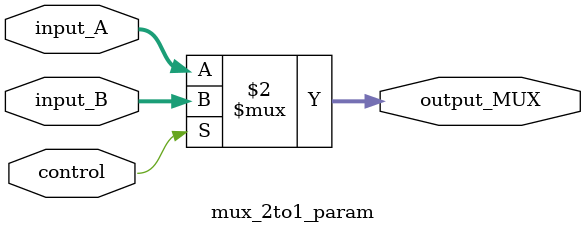
<source format=v>
`timescale 1ns / 1ps


module mux_2to1_param
#(
  parameter WIDTH = 32  //# width of data
)
(
    // Inputs
    input               control,
    input [WIDTH - 1:0] input_A,
    input [WIDTH - 1:0] input_B,
    
    // Outputs
    output [WIDTH - 1:0] output_MUX
);
    
    assign output_MUX = (control == 1'b1) ? input_B : input_A;
    
endmodule

</source>
